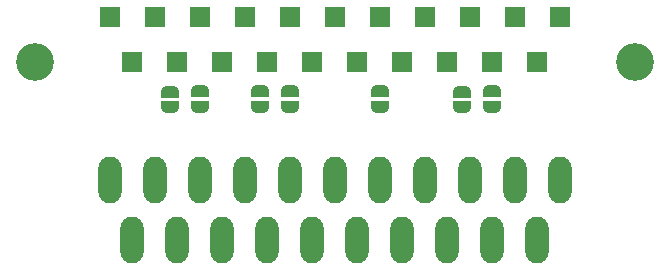
<source format=gbs>
G04 #@! TF.GenerationSoftware,KiCad,Pcbnew,(6.0.4)*
G04 #@! TF.CreationDate,2022-12-30T23:51:46-05:00*
G04 #@! TF.ProjectId,SCART TV side breakout,53434152-5420-4545-9620-736964652062,rev?*
G04 #@! TF.SameCoordinates,Original*
G04 #@! TF.FileFunction,Soldermask,Bot*
G04 #@! TF.FilePolarity,Negative*
%FSLAX46Y46*%
G04 Gerber Fmt 4.6, Leading zero omitted, Abs format (unit mm)*
G04 Created by KiCad (PCBNEW (6.0.4)) date 2022-12-30 23:51:46*
%MOMM*%
%LPD*%
G01*
G04 APERTURE LIST*
G04 Aperture macros list*
%AMFreePoly0*
4,1,22,0.500000,-0.750000,0.000000,-0.750000,0.000000,-0.745033,-0.079941,-0.743568,-0.215256,-0.701293,-0.333266,-0.622738,-0.424486,-0.514219,-0.481581,-0.384460,-0.499164,-0.250000,-0.500000,-0.250000,-0.500000,0.250000,-0.499164,0.250000,-0.499963,0.256109,-0.478152,0.396186,-0.417904,0.524511,-0.324060,0.630769,-0.204165,0.706417,-0.067858,0.745374,0.000000,0.744959,0.000000,0.750000,
0.500000,0.750000,0.500000,-0.750000,0.500000,-0.750000,$1*%
%AMFreePoly1*
4,1,20,0.000000,0.744959,0.073905,0.744508,0.209726,0.703889,0.328688,0.626782,0.421226,0.519385,0.479903,0.390333,0.500000,0.250000,0.500000,-0.250000,0.499851,-0.262216,0.476331,-0.402017,0.414519,-0.529596,0.319384,-0.634700,0.198574,-0.708877,0.061801,-0.746166,0.000000,-0.745033,0.000000,-0.750000,-0.500000,-0.750000,-0.500000,0.750000,0.000000,0.750000,0.000000,0.744959,
0.000000,0.744959,$1*%
G04 Aperture macros list end*
%ADD10R,1.700000X1.700000*%
%ADD11C,3.200000*%
%ADD12O,1.981200X3.962400*%
%ADD13FreePoly0,90.000000*%
%ADD14FreePoly1,90.000000*%
%ADD15FreePoly0,270.000000*%
%ADD16FreePoly1,270.000000*%
G04 APERTURE END LIST*
D10*
X146685000Y-161925000D03*
X129540000Y-165735000D03*
X118110000Y-165735000D03*
D11*
X102235000Y-165735000D03*
D10*
X110490000Y-165735000D03*
X121920000Y-165735000D03*
D11*
X153035000Y-165735000D03*
D10*
X108585000Y-161925000D03*
X133350000Y-165735000D03*
X137160000Y-165735000D03*
X114300000Y-165735000D03*
X116205000Y-161925000D03*
X142875000Y-161925000D03*
X139065000Y-161925000D03*
X120015000Y-161925000D03*
X144780000Y-165735000D03*
D12*
X146685000Y-175768000D03*
X144780000Y-180848000D03*
X142875000Y-175768000D03*
X140970000Y-180848000D03*
X139065000Y-175768000D03*
X137160000Y-180848000D03*
X135255000Y-175768000D03*
X133350000Y-180848000D03*
X131445000Y-175768000D03*
X129540000Y-180848000D03*
X127635000Y-175768000D03*
X125730000Y-180848000D03*
X123825000Y-175768000D03*
X121920000Y-180848000D03*
X120015000Y-175768000D03*
X118110000Y-180848000D03*
X116205000Y-175768000D03*
X114300000Y-180848000D03*
X112395000Y-175768000D03*
X110490000Y-180848000D03*
X108585000Y-175768000D03*
D10*
X127635000Y-161925000D03*
X140970000Y-165735000D03*
X135255000Y-161925000D03*
X131445000Y-161925000D03*
X112395000Y-161925000D03*
X123825000Y-161925000D03*
X125730000Y-165735000D03*
D13*
X116205000Y-169560000D03*
D14*
X116205000Y-168260000D03*
D15*
X121285000Y-168260000D03*
D16*
X121285000Y-169560000D03*
D15*
X113665000Y-168275000D03*
D16*
X113665000Y-169575000D03*
D13*
X131445000Y-169560000D03*
D14*
X131445000Y-168260000D03*
D13*
X138430000Y-169575000D03*
D14*
X138430000Y-168275000D03*
D13*
X123825000Y-169560000D03*
D14*
X123825000Y-168260000D03*
D15*
X140970000Y-168260000D03*
D16*
X140970000Y-169560000D03*
M02*

</source>
